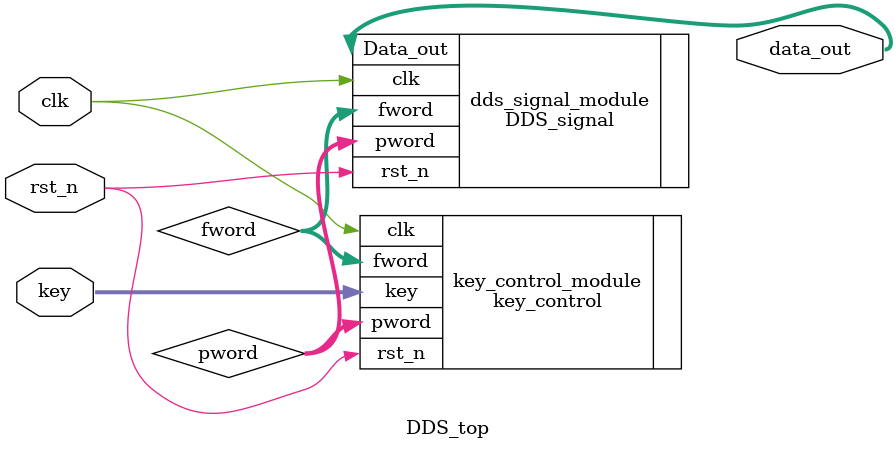
<source format=v>
/* ==================================================================
* Family:				Cyclone V
* Device:				5CSEMA5F31C6
* Stage:				   DE1-SOC			
* Version:				Quartus II 64-Bit Version & 13.1.0 Build 162 10/23/2013 SJ Full Version
* Author: 				Qiaoxu
* Address:				Lab
* Data:					2017/
* Function:				
* 
* ==================================================================*/

module DDS_top(
	
	input wire 			clk,	
	input	wire			rst_n,
	input wire [3:0]  key,
	
	output wire [9:0] data_out			
);


//====================================================================
// ********** Define Parameter and Internal Signals *************
//====================================================================
	wire [31:0] fword;
	wire [9:0]  pword;


//====================================================================
// ************************* Main Code *************************
//====================================================================

	/************************* 按键模块 ****************************/
 	key_control key_control_module(
	
		.clk		(clk),	
		.rst_n	(rst_n),
		.key		(key),
		
		.fword	(fword),
		.pword	(pword),
	);
	
	/************************* 按键模块 ****************************/
	DDS_signal dds_signal_module(
	
		.clk(clk),	
		.rst_n(rst_n),
		.fword(fword),
		.pword(pword),
		
		.Data_out(data_out)
);

	
	
	
	
	
	
	
	
	
	
	
	


endmodule


</source>
